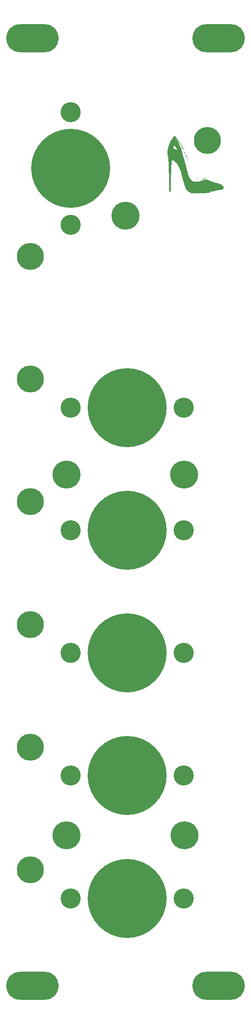
<source format=gbr>
G04 #@! TF.GenerationSoftware,KiCad,Pcbnew,(5.1.7)-1*
G04 #@! TF.CreationDate,2021-12-31T12:27:06+00:00*
G04 #@! TF.ProjectId,Panel,50616e65-6c2e-46b6-9963-61645f706362,rev?*
G04 #@! TF.SameCoordinates,Original*
G04 #@! TF.FileFunction,Soldermask,Bot*
G04 #@! TF.FilePolarity,Negative*
%FSLAX46Y46*%
G04 Gerber Fmt 4.6, Leading zero omitted, Abs format (unit mm)*
G04 Created by KiCad (PCBNEW (5.1.7)-1) date 2021-12-31 12:27:06*
%MOMM*%
%LPD*%
G01*
G04 APERTURE LIST*
%ADD10C,0.010000*%
%ADD11C,5.702000*%
%ADD12C,4.102000*%
%ADD13C,16.102000*%
%ADD14C,5.502000*%
%ADD15O,10.702000X5.702000*%
G04 APERTURE END LIST*
D10*
G36*
X169411132Y21078385D02*
G01*
X169574448Y20922762D01*
X169723122Y20752970D01*
X169895192Y20545341D01*
X169659807Y20752970D01*
X169540603Y20856147D01*
X169479389Y20897505D01*
X169479331Y20864165D01*
X169543595Y20743250D01*
X169675345Y20521882D01*
X169744868Y20406921D01*
X169969556Y20011479D01*
X170182207Y19583574D01*
X170387205Y19110173D01*
X170588934Y18578246D01*
X170791777Y17974762D01*
X171000119Y17286691D01*
X171218344Y16501002D01*
X171450836Y15604664D01*
X171697773Y14602074D01*
X171879349Y13899808D01*
X172057085Y13311968D01*
X172228735Y12844851D01*
X172392054Y12504753D01*
X172503995Y12341162D01*
X172612607Y12236452D01*
X172782267Y12094842D01*
X172866329Y12029718D01*
X173009298Y11929462D01*
X173138695Y11869228D01*
X173295985Y11839551D01*
X173522632Y11830968D01*
X173731452Y11832276D01*
X174045711Y11844695D01*
X174319155Y11880098D01*
X174603927Y11948817D01*
X174952168Y12061188D01*
X175037918Y12091184D01*
X175358043Y12201430D01*
X175576672Y12267208D01*
X175721589Y12293513D01*
X175820579Y12285335D01*
X175901427Y12247670D01*
X175903041Y12246656D01*
X176047426Y12176295D01*
X176273277Y12087839D01*
X176505232Y12009049D01*
X177179808Y11795057D01*
X177733766Y11614000D01*
X178179286Y11459766D01*
X178528548Y11326243D01*
X178793731Y11207316D01*
X178987014Y11096873D01*
X179120578Y10988801D01*
X179206603Y10876987D01*
X179257267Y10755318D01*
X179284750Y10617681D01*
X179285279Y10613733D01*
X179283969Y10510723D01*
X179227151Y10437255D01*
X179085620Y10368779D01*
X178927575Y10313037D01*
X178731026Y10258791D01*
X178429676Y10190024D01*
X178055515Y10113380D01*
X177640534Y10035503D01*
X177340668Y9983442D01*
X176948849Y9916336D01*
X176606322Y9854789D01*
X176335673Y9803096D01*
X176159488Y9765548D01*
X176100659Y9747761D01*
X176139224Y9726559D01*
X176276673Y9714828D01*
X176334514Y9714005D01*
X176496718Y9700754D01*
X176545720Y9664927D01*
X176536376Y9651471D01*
X176452304Y9633530D01*
X176252282Y9615507D01*
X175958778Y9598005D01*
X175594260Y9581629D01*
X175181195Y9566985D01*
X174742051Y9554678D01*
X174299297Y9545312D01*
X173875401Y9539491D01*
X173492829Y9537821D01*
X173174050Y9540907D01*
X172941532Y9549353D01*
X172889019Y9553287D01*
X172697390Y9581467D01*
X172578906Y9619616D01*
X172560273Y9640191D01*
X172503188Y9703065D01*
X172364652Y9778157D01*
X172353390Y9782906D01*
X172131086Y9924453D01*
X171893106Y10154751D01*
X171675129Y10434013D01*
X171514729Y10718149D01*
X171461109Y10867915D01*
X171380939Y11129277D01*
X171280659Y11479401D01*
X171166711Y11895452D01*
X171045532Y12354595D01*
X170969015Y12653179D01*
X170823184Y13219014D01*
X170699613Y13672628D01*
X170590847Y14036992D01*
X170489427Y14335076D01*
X170387899Y14589852D01*
X170278804Y14824291D01*
X170238349Y14904056D01*
X169998616Y15314417D01*
X169741040Y15662095D01*
X169479244Y15936283D01*
X169226853Y16126173D01*
X168997490Y16220959D01*
X168804779Y16209834D01*
X168694887Y16128400D01*
X168676584Y16040908D01*
X168657066Y15831890D01*
X168636879Y15518225D01*
X168616568Y15116795D01*
X168596681Y14644481D01*
X168577763Y14118165D01*
X168560362Y13554728D01*
X168545022Y12971050D01*
X168532292Y12384012D01*
X168522716Y11810497D01*
X168516842Y11267385D01*
X168515216Y10771557D01*
X168515841Y10596430D01*
X168516244Y10268033D01*
X168509850Y10053775D01*
X168492147Y9929398D01*
X168458620Y9870639D01*
X168404757Y9853239D01*
X168377421Y9852425D01*
X168340160Y9855235D01*
X168310010Y9872513D01*
X168286206Y9917530D01*
X168267982Y10003560D01*
X168254573Y10143873D01*
X168245214Y10351742D01*
X168239141Y10640438D01*
X168235587Y11023234D01*
X168233789Y11513401D01*
X168232980Y12124212D01*
X168232795Y12361281D01*
X168226289Y13292852D01*
X168208656Y14162873D01*
X168180587Y14959787D01*
X168142770Y15672041D01*
X168095897Y16288082D01*
X168040658Y16796354D01*
X167977743Y17185305D01*
X167933804Y17366154D01*
X167893969Y17658992D01*
X167909881Y18042066D01*
X167974528Y18482238D01*
X168080897Y18946370D01*
X168089226Y18973231D01*
X169042708Y18973231D01*
X169042744Y18775605D01*
X169154339Y18589751D01*
X169366802Y18440834D01*
X169489439Y18393511D01*
X169752877Y18321196D01*
X169899900Y18302938D01*
X169930300Y18322681D01*
X169890370Y18457221D01*
X169787830Y18653406D01*
X169648560Y18866434D01*
X169528274Y19018668D01*
X169389438Y19169743D01*
X169302621Y19229328D01*
X169230518Y19211673D01*
X169164922Y19157461D01*
X169042708Y18973231D01*
X168089226Y18973231D01*
X168221973Y19401326D01*
X168390745Y19813967D01*
X168493950Y20012832D01*
X168611071Y20203299D01*
X168762160Y20429664D01*
X168926634Y20663570D01*
X169083907Y20876658D01*
X169213395Y21040572D01*
X169294514Y21126953D01*
X169307532Y21133624D01*
X169411132Y21078385D01*
G37*
X169411132Y21078385D02*
X169574448Y20922762D01*
X169723122Y20752970D01*
X169895192Y20545341D01*
X169659807Y20752970D01*
X169540603Y20856147D01*
X169479389Y20897505D01*
X169479331Y20864165D01*
X169543595Y20743250D01*
X169675345Y20521882D01*
X169744868Y20406921D01*
X169969556Y20011479D01*
X170182207Y19583574D01*
X170387205Y19110173D01*
X170588934Y18578246D01*
X170791777Y17974762D01*
X171000119Y17286691D01*
X171218344Y16501002D01*
X171450836Y15604664D01*
X171697773Y14602074D01*
X171879349Y13899808D01*
X172057085Y13311968D01*
X172228735Y12844851D01*
X172392054Y12504753D01*
X172503995Y12341162D01*
X172612607Y12236452D01*
X172782267Y12094842D01*
X172866329Y12029718D01*
X173009298Y11929462D01*
X173138695Y11869228D01*
X173295985Y11839551D01*
X173522632Y11830968D01*
X173731452Y11832276D01*
X174045711Y11844695D01*
X174319155Y11880098D01*
X174603927Y11948817D01*
X174952168Y12061188D01*
X175037918Y12091184D01*
X175358043Y12201430D01*
X175576672Y12267208D01*
X175721589Y12293513D01*
X175820579Y12285335D01*
X175901427Y12247670D01*
X175903041Y12246656D01*
X176047426Y12176295D01*
X176273277Y12087839D01*
X176505232Y12009049D01*
X177179808Y11795057D01*
X177733766Y11614000D01*
X178179286Y11459766D01*
X178528548Y11326243D01*
X178793731Y11207316D01*
X178987014Y11096873D01*
X179120578Y10988801D01*
X179206603Y10876987D01*
X179257267Y10755318D01*
X179284750Y10617681D01*
X179285279Y10613733D01*
X179283969Y10510723D01*
X179227151Y10437255D01*
X179085620Y10368779D01*
X178927575Y10313037D01*
X178731026Y10258791D01*
X178429676Y10190024D01*
X178055515Y10113380D01*
X177640534Y10035503D01*
X177340668Y9983442D01*
X176948849Y9916336D01*
X176606322Y9854789D01*
X176335673Y9803096D01*
X176159488Y9765548D01*
X176100659Y9747761D01*
X176139224Y9726559D01*
X176276673Y9714828D01*
X176334514Y9714005D01*
X176496718Y9700754D01*
X176545720Y9664927D01*
X176536376Y9651471D01*
X176452304Y9633530D01*
X176252282Y9615507D01*
X175958778Y9598005D01*
X175594260Y9581629D01*
X175181195Y9566985D01*
X174742051Y9554678D01*
X174299297Y9545312D01*
X173875401Y9539491D01*
X173492829Y9537821D01*
X173174050Y9540907D01*
X172941532Y9549353D01*
X172889019Y9553287D01*
X172697390Y9581467D01*
X172578906Y9619616D01*
X172560273Y9640191D01*
X172503188Y9703065D01*
X172364652Y9778157D01*
X172353390Y9782906D01*
X172131086Y9924453D01*
X171893106Y10154751D01*
X171675129Y10434013D01*
X171514729Y10718149D01*
X171461109Y10867915D01*
X171380939Y11129277D01*
X171280659Y11479401D01*
X171166711Y11895452D01*
X171045532Y12354595D01*
X170969015Y12653179D01*
X170823184Y13219014D01*
X170699613Y13672628D01*
X170590847Y14036992D01*
X170489427Y14335076D01*
X170387899Y14589852D01*
X170278804Y14824291D01*
X170238349Y14904056D01*
X169998616Y15314417D01*
X169741040Y15662095D01*
X169479244Y15936283D01*
X169226853Y16126173D01*
X168997490Y16220959D01*
X168804779Y16209834D01*
X168694887Y16128400D01*
X168676584Y16040908D01*
X168657066Y15831890D01*
X168636879Y15518225D01*
X168616568Y15116795D01*
X168596681Y14644481D01*
X168577763Y14118165D01*
X168560362Y13554728D01*
X168545022Y12971050D01*
X168532292Y12384012D01*
X168522716Y11810497D01*
X168516842Y11267385D01*
X168515216Y10771557D01*
X168515841Y10596430D01*
X168516244Y10268033D01*
X168509850Y10053775D01*
X168492147Y9929398D01*
X168458620Y9870639D01*
X168404757Y9853239D01*
X168377421Y9852425D01*
X168340160Y9855235D01*
X168310010Y9872513D01*
X168286206Y9917530D01*
X168267982Y10003560D01*
X168254573Y10143873D01*
X168245214Y10351742D01*
X168239141Y10640438D01*
X168235587Y11023234D01*
X168233789Y11513401D01*
X168232980Y12124212D01*
X168232795Y12361281D01*
X168226289Y13292852D01*
X168208656Y14162873D01*
X168180587Y14959787D01*
X168142770Y15672041D01*
X168095897Y16288082D01*
X168040658Y16796354D01*
X167977743Y17185305D01*
X167933804Y17366154D01*
X167893969Y17658992D01*
X167909881Y18042066D01*
X167974528Y18482238D01*
X168080897Y18946370D01*
X168089226Y18973231D01*
X169042708Y18973231D01*
X169042744Y18775605D01*
X169154339Y18589751D01*
X169366802Y18440834D01*
X169489439Y18393511D01*
X169752877Y18321196D01*
X169899900Y18302938D01*
X169930300Y18322681D01*
X169890370Y18457221D01*
X169787830Y18653406D01*
X169648560Y18866434D01*
X169528274Y19018668D01*
X169389438Y19169743D01*
X169302621Y19229328D01*
X169230518Y19211673D01*
X169164922Y19157461D01*
X169042708Y18973231D01*
X168089226Y18973231D01*
X168221973Y19401326D01*
X168390745Y19813967D01*
X168493950Y20012832D01*
X168611071Y20203299D01*
X168762160Y20429664D01*
X168926634Y20663570D01*
X169083907Y20876658D01*
X169213395Y21040572D01*
X169294514Y21126953D01*
X169307532Y21133624D01*
X169411132Y21078385D01*
G36*
X175577409Y12464631D02*
G01*
X175586658Y12463697D01*
X175652148Y12450864D01*
X175592853Y12441129D01*
X175422400Y12436187D01*
X175363270Y12435898D01*
X175161233Y12438948D01*
X175061286Y12447532D01*
X175079730Y12459950D01*
X175102189Y12463139D01*
X175331058Y12474758D01*
X175577409Y12464631D01*
G37*
X175577409Y12464631D02*
X175586658Y12463697D01*
X175652148Y12450864D01*
X175592853Y12441129D01*
X175422400Y12436187D01*
X175363270Y12435898D01*
X175161233Y12438948D01*
X175061286Y12447532D01*
X175079730Y12459950D01*
X175102189Y12463139D01*
X175331058Y12474758D01*
X175577409Y12464631D01*
G36*
X174082888Y12517003D02*
G01*
X174048283Y12482398D01*
X174013679Y12517003D01*
X174048283Y12551608D01*
X174082888Y12517003D01*
G37*
X174082888Y12517003D02*
X174048283Y12482398D01*
X174013679Y12517003D01*
X174048283Y12551608D01*
X174082888Y12517003D01*
G36*
X172075804Y16254332D02*
G01*
X172041199Y16219727D01*
X172006594Y16254332D01*
X172041199Y16288937D01*
X172075804Y16254332D01*
G37*
X172075804Y16254332D02*
X172041199Y16219727D01*
X172006594Y16254332D01*
X172041199Y16288937D01*
X172075804Y16254332D01*
G36*
X171868174Y16808011D02*
G01*
X171833570Y16773406D01*
X171798965Y16808011D01*
X171833570Y16842616D01*
X171868174Y16808011D01*
G37*
X171868174Y16808011D02*
X171833570Y16773406D01*
X171798965Y16808011D01*
X171833570Y16842616D01*
X171868174Y16808011D01*
G36*
X171798965Y16946430D02*
G01*
X171764360Y16911826D01*
X171729755Y16946430D01*
X171764360Y16981035D01*
X171798965Y16946430D01*
G37*
X171798965Y16946430D02*
X171764360Y16911826D01*
X171729755Y16946430D01*
X171764360Y16981035D01*
X171798965Y16946430D01*
G36*
X171706685Y17165595D02*
G01*
X171714968Y17083459D01*
X171706685Y17073315D01*
X171665540Y17082815D01*
X171660545Y17119455D01*
X171685868Y17176422D01*
X171706685Y17165595D01*
G37*
X171706685Y17165595D02*
X171714968Y17083459D01*
X171706685Y17073315D01*
X171665540Y17082815D01*
X171660545Y17119455D01*
X171685868Y17176422D01*
X171706685Y17165595D01*
G36*
X171660545Y17292479D02*
G01*
X171625940Y17257875D01*
X171591335Y17292479D01*
X171625940Y17327084D01*
X171660545Y17292479D01*
G37*
X171660545Y17292479D02*
X171625940Y17257875D01*
X171591335Y17292479D01*
X171625940Y17327084D01*
X171660545Y17292479D01*
G36*
X171591335Y17430899D02*
G01*
X171556730Y17396294D01*
X171522125Y17430899D01*
X171556730Y17465504D01*
X171591335Y17430899D01*
G37*
X171591335Y17430899D02*
X171556730Y17396294D01*
X171522125Y17430899D01*
X171556730Y17465504D01*
X171591335Y17430899D01*
G36*
X171499056Y17650063D02*
G01*
X171507339Y17567928D01*
X171499056Y17557784D01*
X171457910Y17567284D01*
X171452916Y17603924D01*
X171478238Y17660891D01*
X171499056Y17650063D01*
G37*
X171499056Y17650063D02*
X171507339Y17567928D01*
X171499056Y17557784D01*
X171457910Y17567284D01*
X171452916Y17603924D01*
X171478238Y17660891D01*
X171499056Y17650063D01*
G36*
X171452916Y17776948D02*
G01*
X171418311Y17742343D01*
X171383706Y17776948D01*
X171418311Y17811553D01*
X171452916Y17776948D01*
G37*
X171452916Y17776948D02*
X171418311Y17742343D01*
X171383706Y17776948D01*
X171418311Y17811553D01*
X171452916Y17776948D01*
G36*
X171383706Y17915368D02*
G01*
X171349101Y17880763D01*
X171314496Y17915368D01*
X171349101Y17949973D01*
X171383706Y17915368D01*
G37*
X171383706Y17915368D02*
X171349101Y17880763D01*
X171314496Y17915368D01*
X171349101Y17949973D01*
X171383706Y17915368D01*
G36*
X171106867Y18538256D02*
G01*
X171072262Y18503651D01*
X171037657Y18538256D01*
X171072262Y18572861D01*
X171106867Y18538256D01*
G37*
X171106867Y18538256D02*
X171072262Y18503651D01*
X171037657Y18538256D01*
X171072262Y18572861D01*
X171106867Y18538256D01*
G36*
X171037657Y18676676D02*
G01*
X171003052Y18642071D01*
X170968447Y18676676D01*
X171003052Y18711281D01*
X171037657Y18676676D01*
G37*
X171037657Y18676676D02*
X171003052Y18642071D01*
X170968447Y18676676D01*
X171003052Y18711281D01*
X171037657Y18676676D01*
G36*
X170968447Y18815095D02*
G01*
X170933842Y18780490D01*
X170899237Y18815095D01*
X170933842Y18849700D01*
X170968447Y18815095D01*
G37*
X170968447Y18815095D02*
X170933842Y18780490D01*
X170899237Y18815095D01*
X170933842Y18849700D01*
X170968447Y18815095D01*
G36*
X170899237Y18953515D02*
G01*
X170864632Y18918910D01*
X170830027Y18953515D01*
X170864632Y18988120D01*
X170899237Y18953515D01*
G37*
X170899237Y18953515D02*
X170864632Y18918910D01*
X170830027Y18953515D01*
X170864632Y18988120D01*
X170899237Y18953515D01*
G36*
X170830027Y19091935D02*
G01*
X170795422Y19057330D01*
X170760818Y19091935D01*
X170795422Y19126539D01*
X170830027Y19091935D01*
G37*
X170830027Y19091935D02*
X170795422Y19057330D01*
X170760818Y19091935D01*
X170795422Y19126539D01*
X170830027Y19091935D01*
G36*
X170142676Y20179665D02*
G01*
X170243823Y20036470D01*
X170375971Y19833566D01*
X170396232Y19801335D01*
X170565726Y19529910D01*
X170673374Y19354687D01*
X170730976Y19254663D01*
X170750332Y19208838D01*
X170743243Y19196212D01*
X170736501Y19195749D01*
X170686861Y19249981D01*
X170585714Y19393175D01*
X170453566Y19596080D01*
X170433305Y19628311D01*
X170263811Y19899735D01*
X170156163Y20074959D01*
X170098561Y20174983D01*
X170079205Y20220807D01*
X170086294Y20233434D01*
X170093036Y20233896D01*
X170142676Y20179665D01*
G37*
X170142676Y20179665D02*
X170243823Y20036470D01*
X170375971Y19833566D01*
X170396232Y19801335D01*
X170565726Y19529910D01*
X170673374Y19354687D01*
X170730976Y19254663D01*
X170750332Y19208838D01*
X170743243Y19196212D01*
X170736501Y19195749D01*
X170686861Y19249981D01*
X170585714Y19393175D01*
X170453566Y19596080D01*
X170433305Y19628311D01*
X170263811Y19899735D01*
X170156163Y20074959D01*
X170098561Y20174983D01*
X170079205Y20220807D01*
X170086294Y20233434D01*
X170093036Y20233896D01*
X170142676Y20179665D01*
G36*
X169919606Y20482740D02*
G01*
X169993323Y20418403D01*
X169999510Y20402836D01*
X169966664Y20374390D01*
X169898281Y20438131D01*
X169889086Y20452219D01*
X169880929Y20499579D01*
X169919606Y20482740D01*
G37*
X169919606Y20482740D02*
X169993323Y20418403D01*
X169999510Y20402836D01*
X169966664Y20374390D01*
X169898281Y20438131D01*
X169889086Y20452219D01*
X169880929Y20499579D01*
X169919606Y20482740D01*
G36*
X169411132Y21078385D02*
G01*
X169574448Y20922762D01*
X169723122Y20752970D01*
X169895192Y20545341D01*
X169659807Y20752970D01*
X169540603Y20856147D01*
X169479389Y20897505D01*
X169479331Y20864165D01*
X169543595Y20743250D01*
X169675345Y20521882D01*
X169744868Y20406921D01*
X169969556Y20011479D01*
X170182207Y19583574D01*
X170387205Y19110173D01*
X170588934Y18578246D01*
X170791777Y17974762D01*
X171000119Y17286691D01*
X171218344Y16501002D01*
X171450836Y15604664D01*
X171697773Y14602074D01*
X171879349Y13899808D01*
X172057085Y13311968D01*
X172228735Y12844851D01*
X172392054Y12504753D01*
X172503995Y12341162D01*
X172612607Y12236452D01*
X172782267Y12094842D01*
X172866329Y12029718D01*
X173009298Y11929462D01*
X173138695Y11869228D01*
X173295985Y11839551D01*
X173522632Y11830968D01*
X173731452Y11832276D01*
X174045711Y11844695D01*
X174319155Y11880098D01*
X174603927Y11948817D01*
X174952168Y12061188D01*
X175037918Y12091184D01*
X175358043Y12201430D01*
X175576672Y12267208D01*
X175721589Y12293513D01*
X175820579Y12285335D01*
X175901427Y12247670D01*
X175903041Y12246656D01*
X176047426Y12176295D01*
X176273277Y12087839D01*
X176505232Y12009049D01*
X177179808Y11795057D01*
X177733766Y11614000D01*
X178179286Y11459766D01*
X178528548Y11326243D01*
X178793731Y11207316D01*
X178987014Y11096873D01*
X179120578Y10988801D01*
X179206603Y10876987D01*
X179257267Y10755318D01*
X179284750Y10617681D01*
X179285279Y10613733D01*
X179283969Y10510723D01*
X179227151Y10437255D01*
X179085620Y10368779D01*
X178927575Y10313037D01*
X178731026Y10258791D01*
X178429676Y10190024D01*
X178055515Y10113380D01*
X177640534Y10035503D01*
X177340668Y9983442D01*
X176948849Y9916336D01*
X176606322Y9854789D01*
X176335673Y9803096D01*
X176159488Y9765548D01*
X176100659Y9747761D01*
X176139224Y9726559D01*
X176276673Y9714828D01*
X176334514Y9714005D01*
X176496718Y9700754D01*
X176545720Y9664927D01*
X176536376Y9651471D01*
X176452304Y9633530D01*
X176252282Y9615507D01*
X175958778Y9598005D01*
X175594260Y9581629D01*
X175181195Y9566985D01*
X174742051Y9554678D01*
X174299297Y9545312D01*
X173875401Y9539491D01*
X173492829Y9537821D01*
X173174050Y9540907D01*
X172941532Y9549353D01*
X172889019Y9553287D01*
X172697390Y9581467D01*
X172578906Y9619616D01*
X172560273Y9640191D01*
X172503188Y9703065D01*
X172364652Y9778157D01*
X172353390Y9782906D01*
X172131086Y9924453D01*
X171893106Y10154751D01*
X171675129Y10434013D01*
X171514729Y10718149D01*
X171461109Y10867915D01*
X171380939Y11129277D01*
X171280659Y11479401D01*
X171166711Y11895452D01*
X171045532Y12354595D01*
X170969015Y12653179D01*
X170823184Y13219014D01*
X170699613Y13672628D01*
X170590847Y14036992D01*
X170489427Y14335076D01*
X170387899Y14589852D01*
X170278804Y14824291D01*
X170238349Y14904056D01*
X169998616Y15314417D01*
X169741040Y15662095D01*
X169479244Y15936283D01*
X169226853Y16126173D01*
X168997490Y16220959D01*
X168804779Y16209834D01*
X168694887Y16128400D01*
X168676584Y16040908D01*
X168657066Y15831890D01*
X168636879Y15518225D01*
X168616568Y15116795D01*
X168596681Y14644481D01*
X168577763Y14118165D01*
X168560362Y13554728D01*
X168545022Y12971050D01*
X168532292Y12384012D01*
X168522716Y11810497D01*
X168516842Y11267385D01*
X168515216Y10771557D01*
X168515841Y10596430D01*
X168516244Y10268033D01*
X168509850Y10053775D01*
X168492147Y9929398D01*
X168458620Y9870639D01*
X168404757Y9853239D01*
X168377421Y9852425D01*
X168340160Y9855235D01*
X168310010Y9872513D01*
X168286206Y9917530D01*
X168267982Y10003560D01*
X168254573Y10143873D01*
X168245214Y10351742D01*
X168239141Y10640438D01*
X168235587Y11023234D01*
X168233789Y11513401D01*
X168232980Y12124212D01*
X168232795Y12361281D01*
X168226289Y13292852D01*
X168208656Y14162873D01*
X168180587Y14959787D01*
X168142770Y15672041D01*
X168095897Y16288082D01*
X168040658Y16796354D01*
X167977743Y17185305D01*
X167933804Y17366154D01*
X167893969Y17658992D01*
X167909881Y18042066D01*
X167974528Y18482238D01*
X168080897Y18946370D01*
X168089226Y18973231D01*
X169042708Y18973231D01*
X169042744Y18775605D01*
X169154339Y18589751D01*
X169366802Y18440834D01*
X169489439Y18393511D01*
X169752877Y18321196D01*
X169899900Y18302938D01*
X169930300Y18322681D01*
X169890370Y18457221D01*
X169787830Y18653406D01*
X169648560Y18866434D01*
X169528274Y19018668D01*
X169389438Y19169743D01*
X169302621Y19229328D01*
X169230518Y19211673D01*
X169164922Y19157461D01*
X169042708Y18973231D01*
X168089226Y18973231D01*
X168221973Y19401326D01*
X168390745Y19813967D01*
X168493950Y20012832D01*
X168611071Y20203299D01*
X168762160Y20429664D01*
X168926634Y20663570D01*
X169083907Y20876658D01*
X169213395Y21040572D01*
X169294514Y21126953D01*
X169307532Y21133624D01*
X169411132Y21078385D01*
G37*
X169411132Y21078385D02*
X169574448Y20922762D01*
X169723122Y20752970D01*
X169895192Y20545341D01*
X169659807Y20752970D01*
X169540603Y20856147D01*
X169479389Y20897505D01*
X169479331Y20864165D01*
X169543595Y20743250D01*
X169675345Y20521882D01*
X169744868Y20406921D01*
X169969556Y20011479D01*
X170182207Y19583574D01*
X170387205Y19110173D01*
X170588934Y18578246D01*
X170791777Y17974762D01*
X171000119Y17286691D01*
X171218344Y16501002D01*
X171450836Y15604664D01*
X171697773Y14602074D01*
X171879349Y13899808D01*
X172057085Y13311968D01*
X172228735Y12844851D01*
X172392054Y12504753D01*
X172503995Y12341162D01*
X172612607Y12236452D01*
X172782267Y12094842D01*
X172866329Y12029718D01*
X173009298Y11929462D01*
X173138695Y11869228D01*
X173295985Y11839551D01*
X173522632Y11830968D01*
X173731452Y11832276D01*
X174045711Y11844695D01*
X174319155Y11880098D01*
X174603927Y11948817D01*
X174952168Y12061188D01*
X175037918Y12091184D01*
X175358043Y12201430D01*
X175576672Y12267208D01*
X175721589Y12293513D01*
X175820579Y12285335D01*
X175901427Y12247670D01*
X175903041Y12246656D01*
X176047426Y12176295D01*
X176273277Y12087839D01*
X176505232Y12009049D01*
X177179808Y11795057D01*
X177733766Y11614000D01*
X178179286Y11459766D01*
X178528548Y11326243D01*
X178793731Y11207316D01*
X178987014Y11096873D01*
X179120578Y10988801D01*
X179206603Y10876987D01*
X179257267Y10755318D01*
X179284750Y10617681D01*
X179285279Y10613733D01*
X179283969Y10510723D01*
X179227151Y10437255D01*
X179085620Y10368779D01*
X178927575Y10313037D01*
X178731026Y10258791D01*
X178429676Y10190024D01*
X178055515Y10113380D01*
X177640534Y10035503D01*
X177340668Y9983442D01*
X176948849Y9916336D01*
X176606322Y9854789D01*
X176335673Y9803096D01*
X176159488Y9765548D01*
X176100659Y9747761D01*
X176139224Y9726559D01*
X176276673Y9714828D01*
X176334514Y9714005D01*
X176496718Y9700754D01*
X176545720Y9664927D01*
X176536376Y9651471D01*
X176452304Y9633530D01*
X176252282Y9615507D01*
X175958778Y9598005D01*
X175594260Y9581629D01*
X175181195Y9566985D01*
X174742051Y9554678D01*
X174299297Y9545312D01*
X173875401Y9539491D01*
X173492829Y9537821D01*
X173174050Y9540907D01*
X172941532Y9549353D01*
X172889019Y9553287D01*
X172697390Y9581467D01*
X172578906Y9619616D01*
X172560273Y9640191D01*
X172503188Y9703065D01*
X172364652Y9778157D01*
X172353390Y9782906D01*
X172131086Y9924453D01*
X171893106Y10154751D01*
X171675129Y10434013D01*
X171514729Y10718149D01*
X171461109Y10867915D01*
X171380939Y11129277D01*
X171280659Y11479401D01*
X171166711Y11895452D01*
X171045532Y12354595D01*
X170969015Y12653179D01*
X170823184Y13219014D01*
X170699613Y13672628D01*
X170590847Y14036992D01*
X170489427Y14335076D01*
X170387899Y14589852D01*
X170278804Y14824291D01*
X170238349Y14904056D01*
X169998616Y15314417D01*
X169741040Y15662095D01*
X169479244Y15936283D01*
X169226853Y16126173D01*
X168997490Y16220959D01*
X168804779Y16209834D01*
X168694887Y16128400D01*
X168676584Y16040908D01*
X168657066Y15831890D01*
X168636879Y15518225D01*
X168616568Y15116795D01*
X168596681Y14644481D01*
X168577763Y14118165D01*
X168560362Y13554728D01*
X168545022Y12971050D01*
X168532292Y12384012D01*
X168522716Y11810497D01*
X168516842Y11267385D01*
X168515216Y10771557D01*
X168515841Y10596430D01*
X168516244Y10268033D01*
X168509850Y10053775D01*
X168492147Y9929398D01*
X168458620Y9870639D01*
X168404757Y9853239D01*
X168377421Y9852425D01*
X168340160Y9855235D01*
X168310010Y9872513D01*
X168286206Y9917530D01*
X168267982Y10003560D01*
X168254573Y10143873D01*
X168245214Y10351742D01*
X168239141Y10640438D01*
X168235587Y11023234D01*
X168233789Y11513401D01*
X168232980Y12124212D01*
X168232795Y12361281D01*
X168226289Y13292852D01*
X168208656Y14162873D01*
X168180587Y14959787D01*
X168142770Y15672041D01*
X168095897Y16288082D01*
X168040658Y16796354D01*
X167977743Y17185305D01*
X167933804Y17366154D01*
X167893969Y17658992D01*
X167909881Y18042066D01*
X167974528Y18482238D01*
X168080897Y18946370D01*
X168089226Y18973231D01*
X169042708Y18973231D01*
X169042744Y18775605D01*
X169154339Y18589751D01*
X169366802Y18440834D01*
X169489439Y18393511D01*
X169752877Y18321196D01*
X169899900Y18302938D01*
X169930300Y18322681D01*
X169890370Y18457221D01*
X169787830Y18653406D01*
X169648560Y18866434D01*
X169528274Y19018668D01*
X169389438Y19169743D01*
X169302621Y19229328D01*
X169230518Y19211673D01*
X169164922Y19157461D01*
X169042708Y18973231D01*
X168089226Y18973231D01*
X168221973Y19401326D01*
X168390745Y19813967D01*
X168493950Y20012832D01*
X168611071Y20203299D01*
X168762160Y20429664D01*
X168926634Y20663570D01*
X169083907Y20876658D01*
X169213395Y21040572D01*
X169294514Y21126953D01*
X169307532Y21133624D01*
X169411132Y21078385D01*
G36*
X175577409Y12464631D02*
G01*
X175586658Y12463697D01*
X175652148Y12450864D01*
X175592853Y12441129D01*
X175422400Y12436187D01*
X175363270Y12435898D01*
X175161233Y12438948D01*
X175061286Y12447532D01*
X175079730Y12459950D01*
X175102189Y12463139D01*
X175331058Y12474758D01*
X175577409Y12464631D01*
G37*
X175577409Y12464631D02*
X175586658Y12463697D01*
X175652148Y12450864D01*
X175592853Y12441129D01*
X175422400Y12436187D01*
X175363270Y12435898D01*
X175161233Y12438948D01*
X175061286Y12447532D01*
X175079730Y12459950D01*
X175102189Y12463139D01*
X175331058Y12474758D01*
X175577409Y12464631D01*
G36*
X174082888Y12517003D02*
G01*
X174048283Y12482398D01*
X174013679Y12517003D01*
X174048283Y12551608D01*
X174082888Y12517003D01*
G37*
X174082888Y12517003D02*
X174048283Y12482398D01*
X174013679Y12517003D01*
X174048283Y12551608D01*
X174082888Y12517003D01*
G36*
X172075804Y16254332D02*
G01*
X172041199Y16219727D01*
X172006594Y16254332D01*
X172041199Y16288937D01*
X172075804Y16254332D01*
G37*
X172075804Y16254332D02*
X172041199Y16219727D01*
X172006594Y16254332D01*
X172041199Y16288937D01*
X172075804Y16254332D01*
G36*
X171868174Y16808011D02*
G01*
X171833570Y16773406D01*
X171798965Y16808011D01*
X171833570Y16842616D01*
X171868174Y16808011D01*
G37*
X171868174Y16808011D02*
X171833570Y16773406D01*
X171798965Y16808011D01*
X171833570Y16842616D01*
X171868174Y16808011D01*
G36*
X171798965Y16946430D02*
G01*
X171764360Y16911826D01*
X171729755Y16946430D01*
X171764360Y16981035D01*
X171798965Y16946430D01*
G37*
X171798965Y16946430D02*
X171764360Y16911826D01*
X171729755Y16946430D01*
X171764360Y16981035D01*
X171798965Y16946430D01*
G36*
X171706685Y17165595D02*
G01*
X171714968Y17083459D01*
X171706685Y17073315D01*
X171665540Y17082815D01*
X171660545Y17119455D01*
X171685868Y17176422D01*
X171706685Y17165595D01*
G37*
X171706685Y17165595D02*
X171714968Y17083459D01*
X171706685Y17073315D01*
X171665540Y17082815D01*
X171660545Y17119455D01*
X171685868Y17176422D01*
X171706685Y17165595D01*
G36*
X171660545Y17292479D02*
G01*
X171625940Y17257875D01*
X171591335Y17292479D01*
X171625940Y17327084D01*
X171660545Y17292479D01*
G37*
X171660545Y17292479D02*
X171625940Y17257875D01*
X171591335Y17292479D01*
X171625940Y17327084D01*
X171660545Y17292479D01*
G36*
X171591335Y17430899D02*
G01*
X171556730Y17396294D01*
X171522125Y17430899D01*
X171556730Y17465504D01*
X171591335Y17430899D01*
G37*
X171591335Y17430899D02*
X171556730Y17396294D01*
X171522125Y17430899D01*
X171556730Y17465504D01*
X171591335Y17430899D01*
G36*
X171499056Y17650063D02*
G01*
X171507339Y17567928D01*
X171499056Y17557784D01*
X171457910Y17567284D01*
X171452916Y17603924D01*
X171478238Y17660891D01*
X171499056Y17650063D01*
G37*
X171499056Y17650063D02*
X171507339Y17567928D01*
X171499056Y17557784D01*
X171457910Y17567284D01*
X171452916Y17603924D01*
X171478238Y17660891D01*
X171499056Y17650063D01*
G36*
X171452916Y17776948D02*
G01*
X171418311Y17742343D01*
X171383706Y17776948D01*
X171418311Y17811553D01*
X171452916Y17776948D01*
G37*
X171452916Y17776948D02*
X171418311Y17742343D01*
X171383706Y17776948D01*
X171418311Y17811553D01*
X171452916Y17776948D01*
G36*
X171383706Y17915368D02*
G01*
X171349101Y17880763D01*
X171314496Y17915368D01*
X171349101Y17949973D01*
X171383706Y17915368D01*
G37*
X171383706Y17915368D02*
X171349101Y17880763D01*
X171314496Y17915368D01*
X171349101Y17949973D01*
X171383706Y17915368D01*
G36*
X171106867Y18538256D02*
G01*
X171072262Y18503651D01*
X171037657Y18538256D01*
X171072262Y18572861D01*
X171106867Y18538256D01*
G37*
X171106867Y18538256D02*
X171072262Y18503651D01*
X171037657Y18538256D01*
X171072262Y18572861D01*
X171106867Y18538256D01*
G36*
X171037657Y18676676D02*
G01*
X171003052Y18642071D01*
X170968447Y18676676D01*
X171003052Y18711281D01*
X171037657Y18676676D01*
G37*
X171037657Y18676676D02*
X171003052Y18642071D01*
X170968447Y18676676D01*
X171003052Y18711281D01*
X171037657Y18676676D01*
G36*
X170968447Y18815095D02*
G01*
X170933842Y18780490D01*
X170899237Y18815095D01*
X170933842Y18849700D01*
X170968447Y18815095D01*
G37*
X170968447Y18815095D02*
X170933842Y18780490D01*
X170899237Y18815095D01*
X170933842Y18849700D01*
X170968447Y18815095D01*
G36*
X170899237Y18953515D02*
G01*
X170864632Y18918910D01*
X170830027Y18953515D01*
X170864632Y18988120D01*
X170899237Y18953515D01*
G37*
X170899237Y18953515D02*
X170864632Y18918910D01*
X170830027Y18953515D01*
X170864632Y18988120D01*
X170899237Y18953515D01*
G36*
X170830027Y19091935D02*
G01*
X170795422Y19057330D01*
X170760818Y19091935D01*
X170795422Y19126539D01*
X170830027Y19091935D01*
G37*
X170830027Y19091935D02*
X170795422Y19057330D01*
X170760818Y19091935D01*
X170795422Y19126539D01*
X170830027Y19091935D01*
G36*
X170142676Y20179665D02*
G01*
X170243823Y20036470D01*
X170375971Y19833566D01*
X170396232Y19801335D01*
X170565726Y19529910D01*
X170673374Y19354687D01*
X170730976Y19254663D01*
X170750332Y19208838D01*
X170743243Y19196212D01*
X170736501Y19195749D01*
X170686861Y19249981D01*
X170585714Y19393175D01*
X170453566Y19596080D01*
X170433305Y19628311D01*
X170263811Y19899735D01*
X170156163Y20074959D01*
X170098561Y20174983D01*
X170079205Y20220807D01*
X170086294Y20233434D01*
X170093036Y20233896D01*
X170142676Y20179665D01*
G37*
X170142676Y20179665D02*
X170243823Y20036470D01*
X170375971Y19833566D01*
X170396232Y19801335D01*
X170565726Y19529910D01*
X170673374Y19354687D01*
X170730976Y19254663D01*
X170750332Y19208838D01*
X170743243Y19196212D01*
X170736501Y19195749D01*
X170686861Y19249981D01*
X170585714Y19393175D01*
X170453566Y19596080D01*
X170433305Y19628311D01*
X170263811Y19899735D01*
X170156163Y20074959D01*
X170098561Y20174983D01*
X170079205Y20220807D01*
X170086294Y20233434D01*
X170093036Y20233896D01*
X170142676Y20179665D01*
G36*
X169919606Y20482740D02*
G01*
X169993323Y20418403D01*
X169999510Y20402836D01*
X169966664Y20374390D01*
X169898281Y20438131D01*
X169889086Y20452219D01*
X169880929Y20499579D01*
X169919606Y20482740D01*
G37*
X169919606Y20482740D02*
X169993323Y20418403D01*
X169999510Y20402836D01*
X169966664Y20374390D01*
X169898281Y20438131D01*
X169889086Y20452219D01*
X169880929Y20499579D01*
X169919606Y20482740D01*
D11*
X171350000Y-121380000D03*
X171330000Y-47890000D03*
D12*
X148220000Y-134180000D03*
X171220000Y-134180000D03*
D13*
X159720000Y-134180000D03*
X159720000Y-109180000D03*
D12*
X171220000Y-109180000D03*
X148220000Y-109180000D03*
D13*
X159720000Y-84180000D03*
D12*
X171220000Y-84180000D03*
X148220000Y-84180000D03*
X148220000Y-59180000D03*
X171220000Y-59180000D03*
D13*
X159720000Y-59180000D03*
X159720000Y-34180000D03*
D12*
X171220000Y-34180000D03*
X148220000Y-34180000D03*
X148210000Y3010000D03*
X148210000Y26010000D03*
D13*
X148210000Y14510000D03*
D14*
X140010000Y-78380000D03*
X140010000Y-128380000D03*
X140010000Y-103380000D03*
X140010000Y-53380000D03*
X140010000Y-28380000D03*
X176060000Y20180000D03*
X140010000Y-3380000D03*
D11*
X147350000Y-121380000D03*
X147330000Y-47890000D03*
X159330000Y4900000D03*
D15*
X140362000Y-151962000D03*
X178362000Y-151962000D03*
X178362000Y41038000D03*
X140362000Y41038000D03*
M02*

</source>
